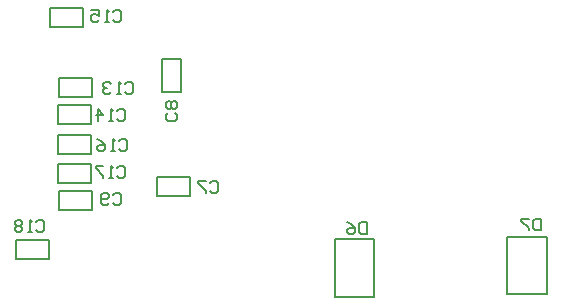
<source format=gbo>
G04 Layer_Color=32896*
%FSLAX25Y25*%
%MOIN*%
G70*
G01*
G75*
%ADD34C,0.00787*%
D34*
X361488Y221850D02*
X372512D01*
Y228150D01*
X361488D02*
X372512D01*
X361488Y221850D02*
Y228150D01*
X408488Y242850D02*
Y249150D01*
X419512D01*
Y242850D02*
Y249150D01*
X408488Y242850D02*
X419512D01*
X410350Y277488D02*
X416650D01*
X410350D02*
Y288512D01*
X416650D01*
Y277488D02*
Y288512D01*
X384012Y299350D02*
Y305650D01*
X372988Y299350D02*
X384012D01*
X372988D02*
Y305650D01*
X384012D01*
X387012Y275850D02*
Y282150D01*
X375988Y275850D02*
X387012D01*
X375988D02*
Y282150D01*
X387012D01*
X386512Y247350D02*
Y253650D01*
X375488Y247350D02*
X386512D01*
X375488D02*
Y253650D01*
X386512D01*
Y256850D02*
Y263150D01*
X375488Y256850D02*
X386512D01*
X375488D02*
Y263150D01*
X386512D01*
Y266850D02*
Y273150D01*
X375488Y266850D02*
X386512D01*
X375488D02*
Y273150D01*
X386512D01*
X387012Y238350D02*
Y244650D01*
X375988Y238350D02*
X387012D01*
X375988D02*
Y244650D01*
X387012D01*
X467906Y209463D02*
X481095D01*
X467906D02*
Y228656D01*
X481095D01*
Y209463D02*
Y228656D01*
X525406Y210213D02*
X538594D01*
X525406D02*
Y229405D01*
X538594D01*
Y210213D02*
Y229405D01*
X368376Y234280D02*
X369032Y234936D01*
X370344D01*
X371000Y234280D01*
Y231656D01*
X370344Y231000D01*
X369032D01*
X368376Y231656D01*
X367064Y231000D02*
X365752D01*
X366408D01*
Y234936D01*
X367064Y234280D01*
X363785D02*
X363128Y234936D01*
X361817D01*
X361161Y234280D01*
Y233624D01*
X361817Y232968D01*
X361161Y232312D01*
Y231656D01*
X361817Y231000D01*
X363128D01*
X363785Y231656D01*
Y232312D01*
X363128Y232968D01*
X363785Y233624D01*
Y234280D01*
X363128Y232968D02*
X361817D01*
X395376Y252280D02*
X396032Y252936D01*
X397344D01*
X398000Y252280D01*
Y249656D01*
X397344Y249000D01*
X396032D01*
X395376Y249656D01*
X394064Y249000D02*
X392752D01*
X393408D01*
Y252936D01*
X394064Y252280D01*
X390785Y252936D02*
X388161D01*
Y252280D01*
X390785Y249656D01*
Y249000D01*
X536500Y235436D02*
Y231500D01*
X534532D01*
X533876Y232156D01*
Y234780D01*
X534532Y235436D01*
X536500D01*
X532564D02*
X529940D01*
Y234780D01*
X532564Y232156D01*
Y231500D01*
X478500Y234186D02*
Y230250D01*
X476532D01*
X475876Y230906D01*
Y233530D01*
X476532Y234186D01*
X478500D01*
X471940D02*
X473252Y233530D01*
X474564Y232218D01*
Y230906D01*
X473908Y230250D01*
X472596D01*
X471940Y230906D01*
Y231562D01*
X472596Y232218D01*
X474564D01*
X395876Y261280D02*
X396532Y261936D01*
X397844D01*
X398500Y261280D01*
Y258656D01*
X397844Y258000D01*
X396532D01*
X395876Y258656D01*
X394564Y258000D02*
X393252D01*
X393908D01*
Y261936D01*
X394564Y261280D01*
X388661Y261936D02*
X389973Y261280D01*
X391284Y259968D01*
Y258656D01*
X390629Y258000D01*
X389317D01*
X388661Y258656D01*
Y259312D01*
X389317Y259968D01*
X391284D01*
X393876Y304280D02*
X394532Y304936D01*
X395844D01*
X396500Y304280D01*
Y301656D01*
X395844Y301000D01*
X394532D01*
X393876Y301656D01*
X392564Y301000D02*
X391252D01*
X391908D01*
Y304936D01*
X392564Y304280D01*
X386661Y304936D02*
X389284D01*
Y302968D01*
X387973Y303624D01*
X387317D01*
X386661Y302968D01*
Y301656D01*
X387317Y301000D01*
X388629D01*
X389284Y301656D01*
X395376Y271280D02*
X396032Y271936D01*
X397344D01*
X398000Y271280D01*
Y268656D01*
X397344Y268000D01*
X396032D01*
X395376Y268656D01*
X394064Y268000D02*
X392752D01*
X393408D01*
Y271936D01*
X394064Y271280D01*
X388817Y268000D02*
Y271936D01*
X390785Y269968D01*
X388161D01*
X397876Y280280D02*
X398532Y280936D01*
X399844D01*
X400500Y280280D01*
Y277656D01*
X399844Y277000D01*
X398532D01*
X397876Y277656D01*
X396564Y277000D02*
X395252D01*
X395908D01*
Y280936D01*
X396564Y280280D01*
X393285D02*
X392629Y280936D01*
X391317D01*
X390661Y280280D01*
Y279624D01*
X391317Y278968D01*
X391973D01*
X391317D01*
X390661Y278312D01*
Y277656D01*
X391317Y277000D01*
X392629D01*
X393285Y277656D01*
X393876Y243280D02*
X394532Y243936D01*
X395844D01*
X396500Y243280D01*
Y240656D01*
X395844Y240000D01*
X394532D01*
X393876Y240656D01*
X392564D02*
X391908Y240000D01*
X390596D01*
X389940Y240656D01*
Y243280D01*
X390596Y243936D01*
X391908D01*
X392564Y243280D01*
Y242624D01*
X391908Y241968D01*
X389940D01*
X414780Y270624D02*
X415436Y269968D01*
Y268656D01*
X414780Y268000D01*
X412156D01*
X411500Y268656D01*
Y269968D01*
X412156Y270624D01*
X414780Y271936D02*
X415436Y272592D01*
Y273904D01*
X414780Y274560D01*
X414124D01*
X413468Y273904D01*
X412812Y274560D01*
X412156D01*
X411500Y273904D01*
Y272592D01*
X412156Y271936D01*
X412812D01*
X413468Y272592D01*
X414124Y271936D01*
X414780D01*
X413468Y272592D02*
Y273904D01*
X426376Y247280D02*
X427032Y247936D01*
X428344D01*
X429000Y247280D01*
Y244656D01*
X428344Y244000D01*
X427032D01*
X426376Y244656D01*
X425064Y247936D02*
X422440D01*
Y247280D01*
X425064Y244656D01*
Y244000D01*
M02*

</source>
